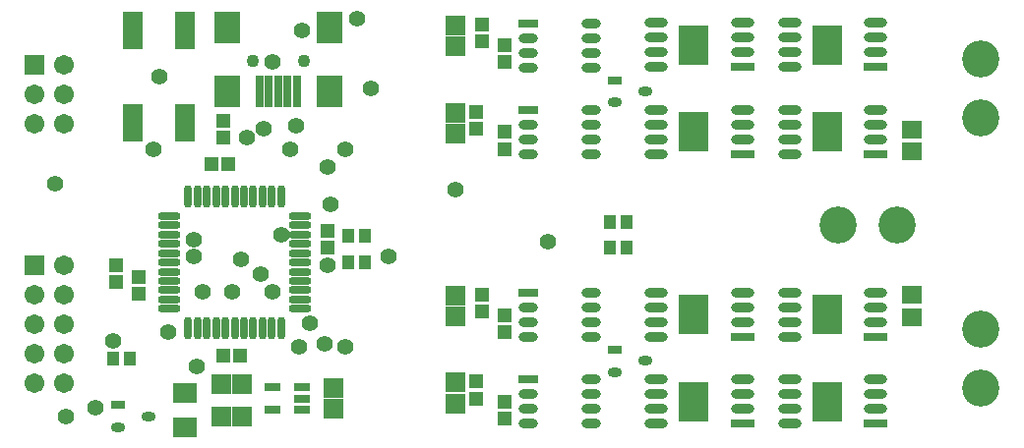
<source format=gbr>
%FSDAX33Y33*%
%MOMM*%
%SFA1B1*%

%IPPOS*%
%ADD37R,0.703199X2.703200*%
%ADD38R,2.203201X2.703200*%
%ADD39R,1.727200X3.203199*%
%ADD40R,1.303200X1.203201*%
%ADD41R,1.003201X1.253200*%
%ADD42R,1.703200X1.753199*%
%ADD43R,1.203201X1.303200*%
%ADD44R,1.753199X1.703200*%
%ADD45R,2.053199X1.653200*%
%ADD46R,1.473200X0.711200*%
%ADD47R,1.253200X0.803199*%
%ADD48O,1.253200X0.803199*%
%ADD49O,1.653200X0.803199*%
%ADD50R,1.653200X0.803199*%
%ADD51R,1.703200X1.553200*%
%ADD52R,2.503200X3.403201*%
%ADD53R,2.003199X0.803199*%
%ADD54O,2.003199X0.803199*%
%ADD55O,1.953199X0.753199*%
%ADD56O,0.753199X1.953199*%
%ADD57C,1.103201*%
%ADD58R,1.703200X1.703200*%
%ADD59C,1.703200*%
%ADD60C,3.203199*%
%ADD61C,1.403200*%
%LNgrb_top_mask-1*%
%LPD*%
G54D59*
X035090Y024393D03*
Y026933D03*
Y029473D03*
Y032013D03*
G54D58*
X035090Y034553D03*
G54D59*
X035090Y046723D03*
Y049263D03*
G54D58*
X035090Y051803D03*
G54D59*
X037630Y024393D03*
Y026933D03*
Y029473D03*
Y032013D03*
Y034553D03*
Y046723D03*
Y049263D03*
Y051803D03*
G54D41*
X041840Y026553D03*
G54D40*
X042091Y033078D03*
Y034528D03*
G54D48*
X042265Y020603D03*
G54D47*
X042265Y022503D03*
G54D41*
X043340Y026553D03*
G54D39*
X043590Y046803D03*
Y054803D03*
G54D40*
X044090Y032078D03*
Y033528D03*
G54D48*
X044915Y021553D03*
G54D55*
X046690Y030803D03*
Y031603D03*
Y032403D03*
Y033203D03*
Y034003D03*
Y034803D03*
Y035603D03*
Y036403D03*
Y037203D03*
Y038003D03*
Y038803D03*
G54D45*
X048090Y020553D03*
Y023553D03*
G54D39*
X048090Y046803D03*
Y054803D03*
G54D56*
X048340Y029153D03*
Y040453D03*
X049140Y029153D03*
Y040453D03*
X049940Y029153D03*
Y040453D03*
G54D43*
X050365Y043303D03*
G54D56*
X050740Y029153D03*
Y040453D03*
G54D42*
X051190Y021553D03*
Y024303D03*
G54D43*
X051340Y026803D03*
G54D40*
X051340Y045553D03*
Y047003D03*
G54D56*
X051540Y029153D03*
Y040453D03*
G54D38*
X051690Y049553D03*
Y055053D03*
G54D43*
X051816Y043303D03*
G54D56*
X052340Y029153D03*
Y040453D03*
G54D43*
X052790Y026803D03*
G54D42*
X052990Y021553D03*
Y024303D03*
G54D56*
X053140Y029153D03*
Y040453D03*
G54D57*
X053890Y052153D03*
G54D56*
X053940Y029153D03*
Y040453D03*
G54D37*
X054491Y049553D03*
G54D56*
X054740Y029153D03*
Y040453D03*
G54D37*
X055290Y049553D03*
G54D56*
X055540Y029153D03*
Y040453D03*
G54D46*
X055550Y022113D03*
Y024018D03*
G54D37*
X056090Y049553D03*
G54D56*
X056340Y029153D03*
Y040453D03*
G54D37*
X056890Y049553D03*
X057690D03*
G54D55*
X057990Y030803D03*
Y031603D03*
Y032403D03*
Y033203D03*
Y034003D03*
Y034803D03*
Y035603D03*
Y036403D03*
Y037203D03*
Y038003D03*
Y038803D03*
G54D46*
X058090Y022113D03*
Y024018D03*
Y023053D03*
G54D57*
X058290Y052153D03*
G54D40*
X060340Y036078D03*
Y037528D03*
G54D38*
X060490Y049553D03*
Y055053D03*
G54D44*
X060841Y022153D03*
Y023953D03*
G54D41*
X062090Y037053D03*
Y034803D03*
X063590Y037053D03*
Y034803D03*
G54D44*
X071340Y022653D03*
Y024453D03*
Y030153D03*
Y031953D03*
Y045903D03*
Y047703D03*
Y053403D03*
Y055203D03*
G54D40*
X073090Y023078D03*
Y024528D03*
Y046328D03*
Y047778D03*
X073590Y030578D03*
Y032028D03*
Y053828D03*
Y055278D03*
X075590Y021328D03*
Y022778D03*
Y028828D03*
Y030278D03*
Y044578D03*
Y046028D03*
Y052078D03*
Y053528D03*
G54D49*
X077574Y028353D03*
Y029623D03*
Y030893D03*
G54D50*
X077574Y032163D03*
G54D49*
X077574Y051603D03*
Y052873D03*
Y054143D03*
G54D50*
X077574Y055413D03*
G54D49*
X077615Y020898D03*
Y022168D03*
Y023438D03*
G54D50*
X077615Y024708D03*
G54D49*
X077615Y044148D03*
Y045418D03*
Y046688D03*
G54D50*
X077615Y047958D03*
G54D49*
X083024Y028353D03*
Y029623D03*
Y030893D03*
Y032163D03*
Y051603D03*
Y052873D03*
Y054143D03*
Y055413D03*
X083065Y020898D03*
Y022168D03*
Y023438D03*
Y024708D03*
Y044148D03*
Y045418D03*
Y046688D03*
Y047958D03*
G54D41*
X084590Y036053D03*
Y038303D03*
G54D48*
X085015Y025353D03*
G54D47*
X085015Y027253D03*
G54D48*
X085015Y048603D03*
G54D47*
X085015Y050503D03*
G54D41*
X086090Y036053D03*
Y038303D03*
G54D48*
X087665Y026303D03*
Y049553D03*
G54D54*
X088631Y020898D03*
Y022168D03*
Y023438D03*
Y024708D03*
Y028398D03*
Y029668D03*
Y030938D03*
Y032208D03*
Y044148D03*
Y045418D03*
Y046688D03*
Y047958D03*
Y051648D03*
Y052918D03*
Y054188D03*
Y055458D03*
G54D52*
X091840Y022803D03*
Y030303D03*
Y046053D03*
Y053553D03*
G54D53*
X096031Y020898D03*
G54D54*
X096031Y022168D03*
Y023438D03*
Y024708D03*
G54D53*
X096031Y028398D03*
G54D54*
X096031Y029668D03*
Y030938D03*
Y032208D03*
G54D53*
X096031Y044148D03*
G54D54*
X096031Y045418D03*
Y046688D03*
Y047958D03*
G54D53*
X096031Y051648D03*
G54D54*
X096031Y052918D03*
Y054188D03*
Y055458D03*
X100131Y020898D03*
Y022168D03*
Y023438D03*
Y024708D03*
Y028398D03*
Y029668D03*
Y030938D03*
Y032208D03*
Y044148D03*
Y045418D03*
Y046688D03*
Y047958D03*
Y051648D03*
Y052918D03*
Y054188D03*
Y055458D03*
G54D52*
X103340Y022803D03*
Y030303D03*
Y046053D03*
Y053553D03*
G54D60*
X104300Y038053D03*
G54D53*
X107531Y020898D03*
G54D54*
X107531Y022168D03*
Y023438D03*
Y024708D03*
G54D53*
X107531Y028398D03*
G54D54*
X107531Y029668D03*
Y030938D03*
Y032208D03*
G54D53*
X107531Y044148D03*
G54D54*
X107531Y045418D03*
Y046688D03*
Y047958D03*
G54D53*
X107531Y051648D03*
G54D54*
X107531Y052918D03*
Y054188D03*
Y055458D03*
G54D60*
X109380Y038053D03*
G54D51*
X110590Y030103D03*
Y032003D03*
Y044353D03*
Y046253D03*
G54D60*
X116590Y024013D03*
Y029093D03*
Y047263D03*
Y052343D03*
G54D61*
X036840Y041553D03*
X037840Y021553D03*
X040340Y022303D03*
X041840Y028053D03*
X045340Y044553D03*
X045840Y050803D03*
X046590Y028803D03*
X048840Y035276D03*
Y036730D03*
X049090Y025803D03*
X049590Y032303D03*
X052090D03*
X052840Y035053D03*
X053367Y045603D03*
X054591Y033803D03*
X054840Y046303D03*
X055590Y032303D03*
Y052053D03*
X056340Y037203D03*
X057090Y044553D03*
X057590Y046553D03*
X057840Y027553D03*
X058090Y054803D03*
X058840Y029553D03*
X060090Y027803D03*
X060340Y034553D03*
Y043053D03*
X060590Y039803D03*
X061840Y027553D03*
Y044553D03*
X062890Y055803D03*
X064090Y049803D03*
X065590Y035303D03*
X071340Y041053D03*
X079340Y036553D03*
M02*
</source>
